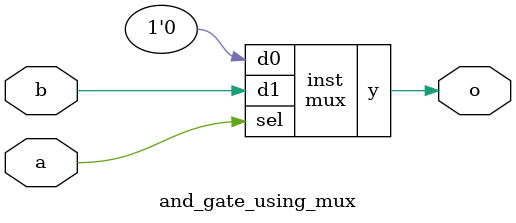
<source format=sv>

module mux
(
  input  d0, d1,
  input  sel,
  output y
);

  assign y = sel ? d1 : d0;

endmodule

//----------------------------------------------------------------------------
// Task
//----------------------------------------------------------------------------

module and_gate_using_mux
(
    input  a,
    input  b,
    output o
);

  // Task:
  // Implement and gate using instance(s) of mux,
  // constants 0 and 1, and wire connections

  mux inst(
        .d0(0),
        .d1(b),
        .sel(a),
        .y(o)
  );

endmodule

</source>
